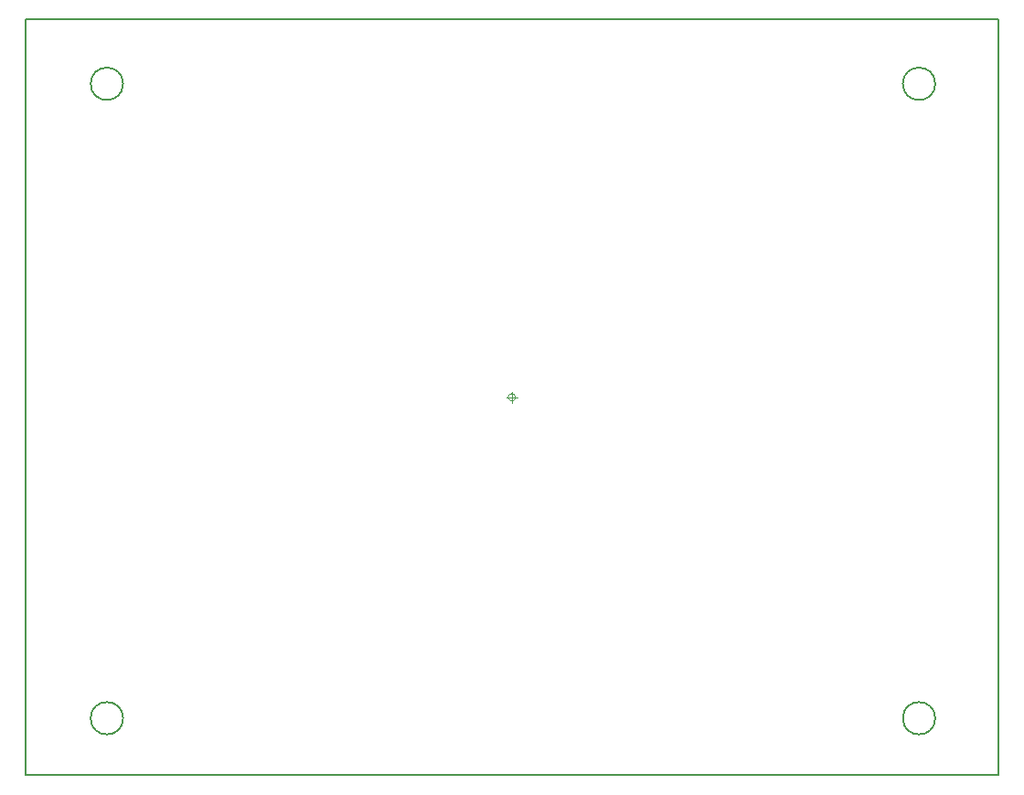
<source format=gm1>
%TF.GenerationSoftware,KiCad,Pcbnew,5.1.10*%
%TF.CreationDate,2021-07-26T03:00:59+02:00*%
%TF.ProjectId,OFICINA-TELE-ENCHUFES-RELES,4f464943-494e-4412-9d54-454c452d454e,rev?*%
%TF.SameCoordinates,Original*%
%TF.FileFunction,Profile,NP*%
%FSLAX45Y45*%
G04 Gerber Fmt 4.5, Leading zero omitted, Abs format (unit mm)*
G04 Created by KiCad (PCBNEW 5.1.10) date 2021-07-26 03:00:59*
%MOMM*%
%LPD*%
G01*
G04 APERTURE LIST*
%TA.AperFunction,Profile*%
%ADD10C,0.100000*%
%TD*%
%TA.AperFunction,Profile*%
%ADD11C,0.200000*%
%TD*%
G04 APERTURE END LIST*
D10*
X16113533Y-8260100D02*
G75*
G03*
X16113533Y-8260100I-33333J0D01*
G01*
X16030200Y-8260100D02*
X16130200Y-8260100D01*
X16080200Y-8210100D02*
X16080200Y-8310100D01*
D11*
X11576020Y-11759890D02*
X11576020Y-4759890D01*
X20585020Y-4759890D02*
X11576020Y-4759890D01*
X20585020Y-11759890D02*
X20585020Y-4759890D01*
X11576020Y-11759890D02*
X20585020Y-11759890D01*
X20000600Y-11234300D02*
G75*
G03*
X20000600Y-11234300I-150000J0D01*
G01*
X20000600Y-5355900D02*
G75*
G03*
X20000600Y-5355900I-150000J0D01*
G01*
X12479900Y-5355900D02*
G75*
G03*
X12479900Y-5355900I-150000J0D01*
G01*
X12479900Y-11234300D02*
G75*
G03*
X12479900Y-11234300I-150000J0D01*
G01*
M02*

</source>
